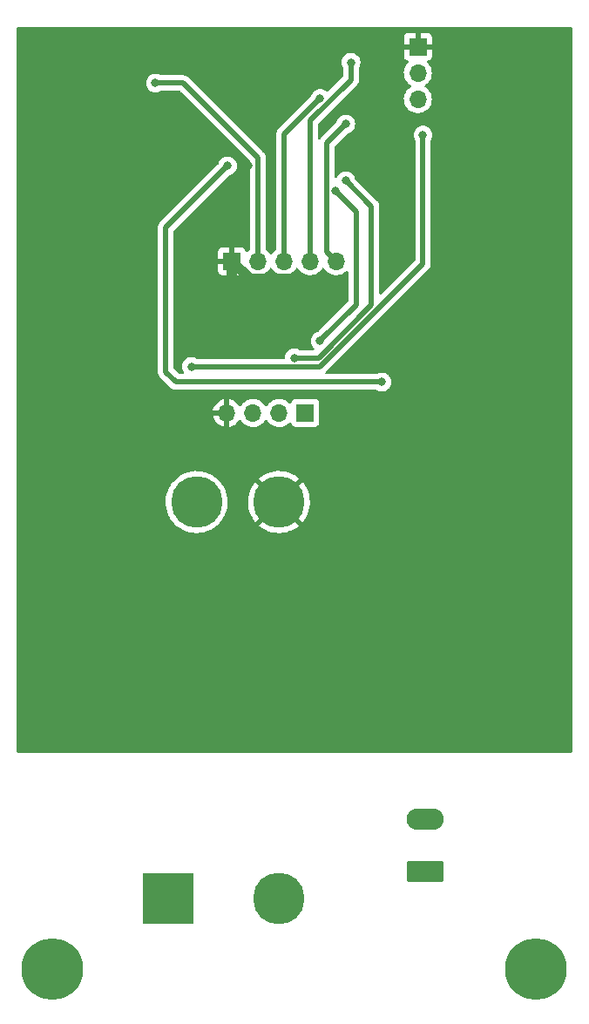
<source format=gbr>
G04 #@! TF.GenerationSoftware,KiCad,Pcbnew,(6.0.2)*
G04 #@! TF.CreationDate,2022-03-16T21:20:06+00:00*
G04 #@! TF.ProjectId,MrReflow,4d725265-666c-46f7-972e-6b696361645f,rev?*
G04 #@! TF.SameCoordinates,Original*
G04 #@! TF.FileFunction,Copper,L2,Bot*
G04 #@! TF.FilePolarity,Positive*
%FSLAX46Y46*%
G04 Gerber Fmt 4.6, Leading zero omitted, Abs format (unit mm)*
G04 Created by KiCad (PCBNEW (6.0.2)) date 2022-03-16 21:20:06*
%MOMM*%
%LPD*%
G01*
G04 APERTURE LIST*
G04 Aperture macros list*
%AMRoundRect*
0 Rectangle with rounded corners*
0 $1 Rounding radius*
0 $2 $3 $4 $5 $6 $7 $8 $9 X,Y pos of 4 corners*
0 Add a 4 corners polygon primitive as box body*
4,1,4,$2,$3,$4,$5,$6,$7,$8,$9,$2,$3,0*
0 Add four circle primitives for the rounded corners*
1,1,$1+$1,$2,$3*
1,1,$1+$1,$4,$5*
1,1,$1+$1,$6,$7*
1,1,$1+$1,$8,$9*
0 Add four rect primitives between the rounded corners*
20,1,$1+$1,$2,$3,$4,$5,0*
20,1,$1+$1,$4,$5,$6,$7,0*
20,1,$1+$1,$6,$7,$8,$9,0*
20,1,$1+$1,$8,$9,$2,$3,0*%
G04 Aperture macros list end*
G04 #@! TA.AperFunction,ComponentPad*
%ADD10O,3.600000X2.080000*%
G04 #@! TD*
G04 #@! TA.AperFunction,ComponentPad*
%ADD11RoundRect,0.249999X1.550001X-0.790001X1.550001X0.790001X-1.550001X0.790001X-1.550001X-0.790001X0*%
G04 #@! TD*
G04 #@! TA.AperFunction,ComponentPad*
%ADD12O,1.700000X1.700000*%
G04 #@! TD*
G04 #@! TA.AperFunction,ComponentPad*
%ADD13R,1.700000X1.700000*%
G04 #@! TD*
G04 #@! TA.AperFunction,ComponentPad*
%ADD14C,5.000000*%
G04 #@! TD*
G04 #@! TA.AperFunction,ComponentPad*
%ADD15R,5.000000X5.000000*%
G04 #@! TD*
G04 #@! TA.AperFunction,ViaPad*
%ADD16C,0.800000*%
G04 #@! TD*
G04 #@! TA.AperFunction,ViaPad*
%ADD17C,6.000000*%
G04 #@! TD*
G04 #@! TA.AperFunction,Conductor*
%ADD18C,1.000000*%
G04 #@! TD*
G04 #@! TA.AperFunction,Conductor*
%ADD19C,0.500000*%
G04 #@! TD*
G04 APERTURE END LIST*
D10*
X105102500Y-99830000D03*
D11*
X105102500Y-104910000D03*
D12*
X85810000Y-60370000D03*
X88350000Y-60370000D03*
X90890000Y-60370000D03*
D13*
X93430000Y-60370000D03*
D14*
X82880000Y-69027500D03*
X90880000Y-69027500D03*
X90880000Y-107527500D03*
D15*
X80130000Y-107527500D03*
D12*
X104380000Y-29875000D03*
X104380000Y-27335000D03*
D13*
X104380000Y-24795000D03*
D12*
X96465000Y-45620000D03*
X93925000Y-45620000D03*
X91385000Y-45620000D03*
X88845000Y-45620000D03*
D13*
X86305000Y-45620000D03*
D16*
X91880000Y-47370000D03*
X85880000Y-52370000D03*
D17*
X115880000Y-114370000D03*
X68880000Y-114370000D03*
X68880000Y-26370000D03*
X115880000Y-26370000D03*
D16*
X85880000Y-36370000D03*
X100880000Y-57370000D03*
X87880000Y-36370000D03*
X78380000Y-34320000D03*
X82380000Y-55870000D03*
X104880000Y-33370000D03*
X78880000Y-28320000D03*
X94880000Y-29820000D03*
X97880000Y-26320000D03*
X97380000Y-32320000D03*
X94880000Y-53370000D03*
X96380000Y-38820000D03*
X97380000Y-37820000D03*
X92380000Y-55020500D03*
D18*
X88055000Y-47370000D02*
X91880000Y-47370000D01*
X86305000Y-45620000D02*
X88055000Y-47370000D01*
X86305000Y-51945000D02*
X85880000Y-52370000D01*
X86305000Y-45620000D02*
X86305000Y-51945000D01*
D19*
X85880000Y-36370000D02*
X79880000Y-42370000D01*
X79880000Y-42370000D02*
X79880000Y-56370000D01*
X79880000Y-56370000D02*
X80880000Y-57370000D01*
X80880000Y-57370000D02*
X100880000Y-57370000D01*
X78380000Y-34320000D02*
X85830000Y-34320000D01*
X85830000Y-34320000D02*
X87880000Y-36370000D01*
X82380000Y-55870000D02*
X94880000Y-55870000D01*
X94880000Y-55870000D02*
X104880000Y-45870000D01*
X104880000Y-45870000D02*
X104880000Y-33370000D01*
X88845000Y-35583609D02*
X88845000Y-45620000D01*
X78880000Y-28320000D02*
X81581391Y-28320000D01*
X81581391Y-28320000D02*
X88845000Y-35583609D01*
X94880000Y-29820000D02*
X91385000Y-33315000D01*
X91385000Y-33315000D02*
X91385000Y-45620000D01*
X93925000Y-31976391D02*
X93925000Y-45620000D01*
X97880000Y-28021391D02*
X93925000Y-31976391D01*
X97880000Y-26320000D02*
X97880000Y-28021391D01*
X97380000Y-32320000D02*
X95530489Y-34169511D01*
X95530489Y-44685489D02*
X96465000Y-45620000D01*
X95530489Y-34169511D02*
X95530489Y-44685489D01*
X98380000Y-40820000D02*
X96380000Y-38820000D01*
X98380000Y-49870000D02*
X94880000Y-53370000D01*
X98380000Y-40820000D02*
X98380000Y-49870000D01*
X97380000Y-37820000D02*
X99880000Y-40320000D01*
X99880000Y-40320000D02*
X99880000Y-49880730D01*
X99880000Y-49880730D02*
X94740230Y-55020500D01*
X94740230Y-55020500D02*
X92380000Y-55020500D01*
G04 #@! TA.AperFunction,Conductor*
G36*
X119314121Y-22898002D02*
G01*
X119360614Y-22951658D01*
X119372000Y-23004000D01*
X119372000Y-93244000D01*
X119351998Y-93312121D01*
X119298342Y-93358614D01*
X119246000Y-93370000D01*
X65514000Y-93370000D01*
X65445879Y-93349998D01*
X65399386Y-93296342D01*
X65388000Y-93244000D01*
X65388000Y-68932841D01*
X79867888Y-68932841D01*
X79867983Y-68936471D01*
X79867983Y-68936472D01*
X79870702Y-69040310D01*
X79876970Y-69279671D01*
X79925856Y-69623160D01*
X80013897Y-69958753D01*
X80139927Y-70282003D01*
X80141624Y-70285208D01*
X80300436Y-70585152D01*
X80302275Y-70588626D01*
X80304325Y-70591609D01*
X80304327Y-70591612D01*
X80496733Y-70871564D01*
X80496739Y-70871571D01*
X80498790Y-70874556D01*
X80726866Y-71136005D01*
X80729551Y-71138448D01*
X80980369Y-71366674D01*
X80983481Y-71369506D01*
X81265233Y-71571966D01*
X81568388Y-71740700D01*
X81888928Y-71873472D01*
X81892422Y-71874467D01*
X81892424Y-71874468D01*
X82219103Y-71967525D01*
X82219108Y-71967526D01*
X82222604Y-71968522D01*
X82419304Y-72000733D01*
X82561412Y-72024004D01*
X82561419Y-72024005D01*
X82564993Y-72024590D01*
X82738275Y-72032762D01*
X82907931Y-72040763D01*
X82907932Y-72040763D01*
X82911558Y-72040934D01*
X82922530Y-72040186D01*
X83254073Y-72017584D01*
X83254081Y-72017583D01*
X83257704Y-72017336D01*
X83261279Y-72016673D01*
X83261282Y-72016673D01*
X83595279Y-71954770D01*
X83595283Y-71954769D01*
X83598844Y-71954109D01*
X83930456Y-71852092D01*
X84248145Y-71712636D01*
X84492511Y-71569841D01*
X84544560Y-71539426D01*
X84544562Y-71539425D01*
X84547700Y-71537591D01*
X84551160Y-71534993D01*
X84822244Y-71331458D01*
X84822248Y-71331455D01*
X84825151Y-71329275D01*
X84825250Y-71329181D01*
X88943860Y-71329181D01*
X88943878Y-71329433D01*
X88949793Y-71338177D01*
X88981111Y-71366674D01*
X88986748Y-71371238D01*
X89262544Y-71569418D01*
X89268682Y-71573313D01*
X89565435Y-71738484D01*
X89571955Y-71741636D01*
X89885738Y-71871609D01*
X89892589Y-71873995D01*
X90219212Y-71967036D01*
X90226301Y-71968620D01*
X90561465Y-72023506D01*
X90568671Y-72024263D01*
X90907926Y-72040262D01*
X90915176Y-72040186D01*
X91254010Y-72017087D01*
X91261219Y-72016176D01*
X91595160Y-71954284D01*
X91602190Y-71952557D01*
X91926819Y-71852687D01*
X91933597Y-71850167D01*
X92244603Y-71713645D01*
X92251043Y-71710364D01*
X92544293Y-71539002D01*
X92550326Y-71534993D01*
X92808828Y-71340905D01*
X92817282Y-71329578D01*
X92810537Y-71317248D01*
X90892810Y-69399520D01*
X90878869Y-69391908D01*
X90877034Y-69392039D01*
X90870420Y-69396290D01*
X88951474Y-71315237D01*
X88943860Y-71329181D01*
X84825250Y-71329181D01*
X85076819Y-71090450D01*
X85299370Y-70824283D01*
X85301556Y-70820956D01*
X85394612Y-70679291D01*
X85489853Y-70534299D01*
X85618550Y-70278414D01*
X85644117Y-70227580D01*
X85644120Y-70227572D01*
X85645744Y-70224344D01*
X85764977Y-69898526D01*
X85765822Y-69895004D01*
X85765825Y-69894996D01*
X85845124Y-69564691D01*
X85845125Y-69564687D01*
X85845971Y-69561162D01*
X85865532Y-69399520D01*
X85887316Y-69219504D01*
X85887316Y-69219497D01*
X85887652Y-69216725D01*
X85893599Y-69027500D01*
X85893047Y-69017920D01*
X85888352Y-68936487D01*
X87868484Y-68936487D01*
X87877374Y-69276005D01*
X87877980Y-69283221D01*
X87925835Y-69619463D01*
X87927269Y-69626574D01*
X88013455Y-69955095D01*
X88015692Y-69961978D01*
X88139064Y-70278414D01*
X88142081Y-70285003D01*
X88301002Y-70585152D01*
X88304761Y-70591360D01*
X88497129Y-70871257D01*
X88501574Y-70876986D01*
X88568743Y-70953984D01*
X88581917Y-70962388D01*
X88591769Y-70956520D01*
X90507980Y-69040310D01*
X90514357Y-69028631D01*
X91244408Y-69028631D01*
X91244539Y-69030466D01*
X91248790Y-69037080D01*
X93166268Y-70954557D01*
X93179622Y-70961849D01*
X93189594Y-70954795D01*
X93296641Y-70826767D01*
X93300957Y-70820956D01*
X93487432Y-70537075D01*
X93491046Y-70530813D01*
X93643658Y-70227382D01*
X93646530Y-70220744D01*
X93763249Y-69901793D01*
X93765345Y-69894851D01*
X93844631Y-69564603D01*
X93845915Y-69557464D01*
X93886816Y-69219473D01*
X93887240Y-69213903D01*
X93893010Y-69030297D01*
X93892937Y-69024704D01*
X93873338Y-68684803D01*
X93872506Y-68677613D01*
X93814113Y-68343029D01*
X93812458Y-68335974D01*
X93715998Y-68010334D01*
X93713540Y-68003506D01*
X93580290Y-67691108D01*
X93577073Y-67684625D01*
X93408788Y-67389589D01*
X93404856Y-67383534D01*
X93203774Y-67109795D01*
X93199166Y-67104226D01*
X93193830Y-67098484D01*
X93180178Y-67090366D01*
X93179570Y-67090387D01*
X93171092Y-67095619D01*
X91252020Y-69014690D01*
X91244408Y-69028631D01*
X90514357Y-69028631D01*
X90515592Y-69026369D01*
X90515461Y-69024534D01*
X90511210Y-69017920D01*
X88592374Y-67099085D01*
X88579581Y-67092099D01*
X88568827Y-67099964D01*
X88408037Y-67305027D01*
X88403902Y-67310976D01*
X88226440Y-67600568D01*
X88223019Y-67606947D01*
X88080016Y-67915022D01*
X88077356Y-67921741D01*
X87970711Y-68244207D01*
X87968834Y-68251211D01*
X87899961Y-68583788D01*
X87898904Y-68590949D01*
X87868712Y-68929235D01*
X87868484Y-68936487D01*
X85888352Y-68936487D01*
X85873836Y-68684746D01*
X85873835Y-68684741D01*
X85873627Y-68681126D01*
X85856626Y-68583714D01*
X85814600Y-68342915D01*
X85814598Y-68342908D01*
X85813976Y-68339342D01*
X85787871Y-68251211D01*
X85716519Y-68010334D01*
X85715437Y-68006680D01*
X85676263Y-67914837D01*
X85580740Y-67690886D01*
X85580738Y-67690883D01*
X85579316Y-67687548D01*
X85529569Y-67600331D01*
X85409208Y-67389316D01*
X85407417Y-67386176D01*
X85202018Y-67106560D01*
X84965842Y-66852404D01*
X84820825Y-66728548D01*
X88945132Y-66728548D01*
X88951527Y-66739816D01*
X90867190Y-68655480D01*
X90881131Y-68663092D01*
X90882966Y-68662961D01*
X90889580Y-68658710D01*
X92807074Y-66741216D01*
X92814466Y-66727679D01*
X92807679Y-66717979D01*
X92704476Y-66629835D01*
X92698704Y-66625453D01*
X92416796Y-66436019D01*
X92410575Y-66432339D01*
X92108757Y-66276560D01*
X92102146Y-66273616D01*
X91784439Y-66153565D01*
X91777513Y-66151394D01*
X91448112Y-66068655D01*
X91441005Y-66067299D01*
X91104278Y-66022968D01*
X91097036Y-66022437D01*
X90757467Y-66017102D01*
X90750205Y-66017406D01*
X90412256Y-66051138D01*
X90405108Y-66052270D01*
X90073263Y-66124624D01*
X90066285Y-66126572D01*
X89744960Y-66236586D01*
X89738253Y-66239323D01*
X89431707Y-66385539D01*
X89425349Y-66389034D01*
X89137654Y-66569505D01*
X89131731Y-66573714D01*
X88953601Y-66716423D01*
X88945132Y-66728548D01*
X84820825Y-66728548D01*
X84702019Y-66627078D01*
X84414047Y-66433569D01*
X84105741Y-66274440D01*
X83781189Y-66151802D01*
X83777668Y-66150918D01*
X83777663Y-66150916D01*
X83616378Y-66110404D01*
X83444692Y-66067280D01*
X83422476Y-66064355D01*
X83104315Y-66022468D01*
X83104307Y-66022467D01*
X83100711Y-66021994D01*
X82956045Y-66019721D01*
X82757446Y-66016601D01*
X82757442Y-66016601D01*
X82753804Y-66016544D01*
X82750190Y-66016905D01*
X82750184Y-66016905D01*
X82506843Y-66041194D01*
X82408569Y-66051003D01*
X82069583Y-66124914D01*
X82066156Y-66126087D01*
X82066150Y-66126089D01*
X81744765Y-66236124D01*
X81741339Y-66237297D01*
X81428188Y-66386663D01*
X81134279Y-66571032D01*
X81131443Y-66573304D01*
X81131436Y-66573309D01*
X80938751Y-66727679D01*
X80863509Y-66787959D01*
X80619466Y-67034571D01*
X80617225Y-67037429D01*
X80560732Y-67109478D01*
X80405386Y-67307598D01*
X80403493Y-67310687D01*
X80403491Y-67310690D01*
X80358852Y-67383534D01*
X80224105Y-67603421D01*
X80222580Y-67606706D01*
X80222578Y-67606710D01*
X80183505Y-67690886D01*
X80078027Y-67918120D01*
X79969087Y-68247523D01*
X79968351Y-68251078D01*
X79968350Y-68251081D01*
X79899465Y-68583714D01*
X79898730Y-68587264D01*
X79867888Y-68932841D01*
X65388000Y-68932841D01*
X65388000Y-60637966D01*
X84478257Y-60637966D01*
X84508565Y-60772446D01*
X84511645Y-60782275D01*
X84591770Y-60979603D01*
X84596413Y-60988794D01*
X84707694Y-61170388D01*
X84713777Y-61178699D01*
X84853213Y-61339667D01*
X84860580Y-61346883D01*
X85024434Y-61482916D01*
X85032881Y-61488831D01*
X85216756Y-61596279D01*
X85226042Y-61600729D01*
X85425001Y-61676703D01*
X85434899Y-61679579D01*
X85538250Y-61700606D01*
X85552299Y-61699410D01*
X85556000Y-61689065D01*
X85556000Y-61688517D01*
X86064000Y-61688517D01*
X86068064Y-61702359D01*
X86081478Y-61704393D01*
X86088184Y-61703534D01*
X86098262Y-61701392D01*
X86302255Y-61640191D01*
X86311842Y-61636433D01*
X86503095Y-61542739D01*
X86511945Y-61537464D01*
X86685328Y-61413792D01*
X86693200Y-61407139D01*
X86844052Y-61256812D01*
X86850730Y-61248965D01*
X86978022Y-61071819D01*
X86979279Y-61072722D01*
X87026373Y-61029362D01*
X87096311Y-61017145D01*
X87161751Y-61044678D01*
X87189579Y-61076511D01*
X87249987Y-61175088D01*
X87396250Y-61343938D01*
X87568126Y-61486632D01*
X87761000Y-61599338D01*
X87969692Y-61679030D01*
X87974760Y-61680061D01*
X87974763Y-61680062D01*
X88069862Y-61699410D01*
X88188597Y-61723567D01*
X88193772Y-61723757D01*
X88193774Y-61723757D01*
X88406673Y-61731564D01*
X88406677Y-61731564D01*
X88411837Y-61731753D01*
X88416957Y-61731097D01*
X88416959Y-61731097D01*
X88628288Y-61704025D01*
X88628289Y-61704025D01*
X88633416Y-61703368D01*
X88638366Y-61701883D01*
X88842429Y-61640661D01*
X88842434Y-61640659D01*
X88847384Y-61639174D01*
X89047994Y-61540896D01*
X89229860Y-61411173D01*
X89388096Y-61253489D01*
X89518453Y-61072077D01*
X89519776Y-61073028D01*
X89566645Y-61029857D01*
X89636580Y-61017625D01*
X89702026Y-61045144D01*
X89729875Y-61076994D01*
X89789987Y-61175088D01*
X89936250Y-61343938D01*
X90108126Y-61486632D01*
X90301000Y-61599338D01*
X90509692Y-61679030D01*
X90514760Y-61680061D01*
X90514763Y-61680062D01*
X90609862Y-61699410D01*
X90728597Y-61723567D01*
X90733772Y-61723757D01*
X90733774Y-61723757D01*
X90946673Y-61731564D01*
X90946677Y-61731564D01*
X90951837Y-61731753D01*
X90956957Y-61731097D01*
X90956959Y-61731097D01*
X91168288Y-61704025D01*
X91168289Y-61704025D01*
X91173416Y-61703368D01*
X91178366Y-61701883D01*
X91382429Y-61640661D01*
X91382434Y-61640659D01*
X91387384Y-61639174D01*
X91587994Y-61540896D01*
X91769860Y-61411173D01*
X91878091Y-61303319D01*
X91940462Y-61269404D01*
X92011268Y-61274592D01*
X92068030Y-61317238D01*
X92085012Y-61348341D01*
X92129385Y-61466705D01*
X92216739Y-61583261D01*
X92333295Y-61670615D01*
X92469684Y-61721745D01*
X92531866Y-61728500D01*
X94328134Y-61728500D01*
X94390316Y-61721745D01*
X94526705Y-61670615D01*
X94643261Y-61583261D01*
X94730615Y-61466705D01*
X94781745Y-61330316D01*
X94788500Y-61268134D01*
X94788500Y-59471866D01*
X94781745Y-59409684D01*
X94730615Y-59273295D01*
X94643261Y-59156739D01*
X94526705Y-59069385D01*
X94390316Y-59018255D01*
X94328134Y-59011500D01*
X92531866Y-59011500D01*
X92469684Y-59018255D01*
X92333295Y-59069385D01*
X92216739Y-59156739D01*
X92129385Y-59273295D01*
X92126233Y-59281703D01*
X92084919Y-59391907D01*
X92042277Y-59448671D01*
X91975716Y-59473371D01*
X91906367Y-59458163D01*
X91873743Y-59432476D01*
X91823151Y-59376875D01*
X91823142Y-59376866D01*
X91819670Y-59373051D01*
X91815619Y-59369852D01*
X91815615Y-59369848D01*
X91648414Y-59237800D01*
X91648410Y-59237798D01*
X91644359Y-59234598D01*
X91608028Y-59214542D01*
X91592136Y-59205769D01*
X91448789Y-59126638D01*
X91443920Y-59124914D01*
X91443916Y-59124912D01*
X91243087Y-59053795D01*
X91243083Y-59053794D01*
X91238212Y-59052069D01*
X91233119Y-59051162D01*
X91233116Y-59051161D01*
X91023373Y-59013800D01*
X91023367Y-59013799D01*
X91018284Y-59012894D01*
X90944452Y-59011992D01*
X90800081Y-59010228D01*
X90800079Y-59010228D01*
X90794911Y-59010165D01*
X90574091Y-59043955D01*
X90361756Y-59113357D01*
X90163607Y-59216507D01*
X90159474Y-59219610D01*
X90159471Y-59219612D01*
X89989100Y-59347530D01*
X89984965Y-59350635D01*
X89959541Y-59377240D01*
X89891280Y-59448671D01*
X89830629Y-59512138D01*
X89723201Y-59669621D01*
X89668293Y-59714621D01*
X89597768Y-59722792D01*
X89534021Y-59691538D01*
X89513324Y-59667054D01*
X89432822Y-59542617D01*
X89432820Y-59542614D01*
X89430014Y-59538277D01*
X89279670Y-59373051D01*
X89275619Y-59369852D01*
X89275615Y-59369848D01*
X89108414Y-59237800D01*
X89108410Y-59237798D01*
X89104359Y-59234598D01*
X89068028Y-59214542D01*
X89052136Y-59205769D01*
X88908789Y-59126638D01*
X88903920Y-59124914D01*
X88903916Y-59124912D01*
X88703087Y-59053795D01*
X88703083Y-59053794D01*
X88698212Y-59052069D01*
X88693119Y-59051162D01*
X88693116Y-59051161D01*
X88483373Y-59013800D01*
X88483367Y-59013799D01*
X88478284Y-59012894D01*
X88404452Y-59011992D01*
X88260081Y-59010228D01*
X88260079Y-59010228D01*
X88254911Y-59010165D01*
X88034091Y-59043955D01*
X87821756Y-59113357D01*
X87623607Y-59216507D01*
X87619474Y-59219610D01*
X87619471Y-59219612D01*
X87449100Y-59347530D01*
X87444965Y-59350635D01*
X87419541Y-59377240D01*
X87351280Y-59448671D01*
X87290629Y-59512138D01*
X87287720Y-59516403D01*
X87287714Y-59516411D01*
X87275404Y-59534457D01*
X87183204Y-59669618D01*
X87182898Y-59670066D01*
X87127987Y-59715069D01*
X87057462Y-59723240D01*
X86993715Y-59691986D01*
X86973018Y-59667502D01*
X86892426Y-59542926D01*
X86886136Y-59534757D01*
X86742806Y-59377240D01*
X86735273Y-59370215D01*
X86568139Y-59238222D01*
X86559552Y-59232517D01*
X86373117Y-59129599D01*
X86363705Y-59125369D01*
X86162959Y-59054280D01*
X86152988Y-59051646D01*
X86081837Y-59038972D01*
X86068540Y-59040432D01*
X86064000Y-59054989D01*
X86064000Y-61688517D01*
X85556000Y-61688517D01*
X85556000Y-60642115D01*
X85551525Y-60626876D01*
X85550135Y-60625671D01*
X85542452Y-60624000D01*
X84493225Y-60624000D01*
X84479694Y-60627973D01*
X84478257Y-60637966D01*
X65388000Y-60637966D01*
X65388000Y-60104183D01*
X84474389Y-60104183D01*
X84475912Y-60112607D01*
X84488292Y-60116000D01*
X85537885Y-60116000D01*
X85553124Y-60111525D01*
X85554329Y-60110135D01*
X85556000Y-60102452D01*
X85556000Y-59053102D01*
X85552082Y-59039758D01*
X85537806Y-59037771D01*
X85499324Y-59043660D01*
X85489288Y-59046051D01*
X85286868Y-59112212D01*
X85277359Y-59116209D01*
X85088463Y-59214542D01*
X85079738Y-59220036D01*
X84909433Y-59347905D01*
X84901726Y-59354748D01*
X84754590Y-59508717D01*
X84748104Y-59516727D01*
X84628098Y-59692649D01*
X84623000Y-59701623D01*
X84533338Y-59894783D01*
X84529775Y-59904470D01*
X84474389Y-60104183D01*
X65388000Y-60104183D01*
X65388000Y-28320000D01*
X77966496Y-28320000D01*
X77967186Y-28326565D01*
X77985492Y-28500733D01*
X77986458Y-28509928D01*
X78045473Y-28691556D01*
X78140960Y-28856944D01*
X78268747Y-28998866D01*
X78329873Y-29043277D01*
X78417904Y-29107235D01*
X78423248Y-29111118D01*
X78429276Y-29113802D01*
X78429278Y-29113803D01*
X78588245Y-29184579D01*
X78597712Y-29188794D01*
X78658336Y-29201680D01*
X78778056Y-29227128D01*
X78778061Y-29227128D01*
X78784513Y-29228500D01*
X78975487Y-29228500D01*
X78981939Y-29227128D01*
X78981944Y-29227128D01*
X79101664Y-29201680D01*
X79162288Y-29188794D01*
X79171755Y-29184579D01*
X79330722Y-29113803D01*
X79330724Y-29113802D01*
X79336752Y-29111118D01*
X79342091Y-29107239D01*
X79342098Y-29107235D01*
X79348528Y-29102563D01*
X79422587Y-29078500D01*
X81215020Y-29078500D01*
X81283141Y-29098502D01*
X81304115Y-29115405D01*
X88049595Y-35860885D01*
X88083621Y-35923197D01*
X88086500Y-35949980D01*
X88086500Y-44427655D01*
X88066498Y-44495776D01*
X88036153Y-44528415D01*
X87944100Y-44597530D01*
X87939965Y-44600635D01*
X87936393Y-44604373D01*
X87858898Y-44685466D01*
X87797374Y-44720895D01*
X87726462Y-44717438D01*
X87668676Y-44676192D01*
X87649823Y-44642644D01*
X87608324Y-44531946D01*
X87599786Y-44516351D01*
X87523285Y-44414276D01*
X87510724Y-44401715D01*
X87408649Y-44325214D01*
X87393054Y-44316676D01*
X87272606Y-44271522D01*
X87257351Y-44267895D01*
X87206486Y-44262369D01*
X87199672Y-44262000D01*
X86577115Y-44262000D01*
X86561876Y-44266475D01*
X86560671Y-44267865D01*
X86559000Y-44275548D01*
X86559000Y-46959884D01*
X86563475Y-46975123D01*
X86564865Y-46976328D01*
X86572548Y-46977999D01*
X87199669Y-46977999D01*
X87206490Y-46977629D01*
X87257352Y-46972105D01*
X87272604Y-46968479D01*
X87393054Y-46923324D01*
X87408649Y-46914786D01*
X87510724Y-46838285D01*
X87523285Y-46825724D01*
X87599786Y-46723649D01*
X87608324Y-46708054D01*
X87649225Y-46598952D01*
X87691867Y-46542188D01*
X87758428Y-46517488D01*
X87827777Y-46532696D01*
X87862444Y-46560684D01*
X87887865Y-46590031D01*
X87887869Y-46590035D01*
X87891250Y-46593938D01*
X88063126Y-46736632D01*
X88256000Y-46849338D01*
X88464692Y-46929030D01*
X88469760Y-46930061D01*
X88469763Y-46930062D01*
X88577017Y-46951883D01*
X88683597Y-46973567D01*
X88688772Y-46973757D01*
X88688774Y-46973757D01*
X88901673Y-46981564D01*
X88901677Y-46981564D01*
X88906837Y-46981753D01*
X88911957Y-46981097D01*
X88911959Y-46981097D01*
X89123288Y-46954025D01*
X89123289Y-46954025D01*
X89128416Y-46953368D01*
X89133366Y-46951883D01*
X89337429Y-46890661D01*
X89337434Y-46890659D01*
X89342384Y-46889174D01*
X89542994Y-46790896D01*
X89724860Y-46661173D01*
X89883096Y-46503489D01*
X90013453Y-46322077D01*
X90014776Y-46323028D01*
X90061645Y-46279857D01*
X90131580Y-46267625D01*
X90197026Y-46295144D01*
X90224875Y-46326994D01*
X90284987Y-46425088D01*
X90431250Y-46593938D01*
X90603126Y-46736632D01*
X90796000Y-46849338D01*
X91004692Y-46929030D01*
X91009760Y-46930061D01*
X91009763Y-46930062D01*
X91117017Y-46951883D01*
X91223597Y-46973567D01*
X91228772Y-46973757D01*
X91228774Y-46973757D01*
X91441673Y-46981564D01*
X91441677Y-46981564D01*
X91446837Y-46981753D01*
X91451957Y-46981097D01*
X91451959Y-46981097D01*
X91663288Y-46954025D01*
X91663289Y-46954025D01*
X91668416Y-46953368D01*
X91673366Y-46951883D01*
X91877429Y-46890661D01*
X91877434Y-46890659D01*
X91882384Y-46889174D01*
X92082994Y-46790896D01*
X92264860Y-46661173D01*
X92423096Y-46503489D01*
X92553453Y-46322077D01*
X92554776Y-46323028D01*
X92601645Y-46279857D01*
X92671580Y-46267625D01*
X92737026Y-46295144D01*
X92764875Y-46326994D01*
X92824987Y-46425088D01*
X92971250Y-46593938D01*
X93143126Y-46736632D01*
X93336000Y-46849338D01*
X93544692Y-46929030D01*
X93549760Y-46930061D01*
X93549763Y-46930062D01*
X93657017Y-46951883D01*
X93763597Y-46973567D01*
X93768772Y-46973757D01*
X93768774Y-46973757D01*
X93981673Y-46981564D01*
X93981677Y-46981564D01*
X93986837Y-46981753D01*
X93991957Y-46981097D01*
X93991959Y-46981097D01*
X94203288Y-46954025D01*
X94203289Y-46954025D01*
X94208416Y-46953368D01*
X94213366Y-46951883D01*
X94417429Y-46890661D01*
X94417434Y-46890659D01*
X94422384Y-46889174D01*
X94622994Y-46790896D01*
X94804860Y-46661173D01*
X94963096Y-46503489D01*
X95093453Y-46322077D01*
X95094776Y-46323028D01*
X95141645Y-46279857D01*
X95211580Y-46267625D01*
X95277026Y-46295144D01*
X95304875Y-46326994D01*
X95364987Y-46425088D01*
X95511250Y-46593938D01*
X95683126Y-46736632D01*
X95876000Y-46849338D01*
X96084692Y-46929030D01*
X96089760Y-46930061D01*
X96089763Y-46930062D01*
X96197017Y-46951883D01*
X96303597Y-46973567D01*
X96308772Y-46973757D01*
X96308774Y-46973757D01*
X96521673Y-46981564D01*
X96521677Y-46981564D01*
X96526837Y-46981753D01*
X96531957Y-46981097D01*
X96531959Y-46981097D01*
X96743288Y-46954025D01*
X96743289Y-46954025D01*
X96748416Y-46953368D01*
X96753366Y-46951883D01*
X96957429Y-46890661D01*
X96957434Y-46890659D01*
X96962384Y-46889174D01*
X97162994Y-46790896D01*
X97344860Y-46661173D01*
X97406561Y-46599688D01*
X97468932Y-46565772D01*
X97539738Y-46570960D01*
X97596500Y-46613606D01*
X97621194Y-46680170D01*
X97621500Y-46688939D01*
X97621500Y-49503629D01*
X97601498Y-49571750D01*
X97584595Y-49592724D01*
X94723669Y-52453650D01*
X94660772Y-52487801D01*
X94604176Y-52499831D01*
X94604167Y-52499834D01*
X94597712Y-52501206D01*
X94591682Y-52503891D01*
X94591681Y-52503891D01*
X94429278Y-52576197D01*
X94429276Y-52576198D01*
X94423248Y-52578882D01*
X94268747Y-52691134D01*
X94140960Y-52833056D01*
X94045473Y-52998444D01*
X93986458Y-53180072D01*
X93966496Y-53370000D01*
X93986458Y-53559928D01*
X94045473Y-53741556D01*
X94140960Y-53906944D01*
X94145378Y-53911851D01*
X94145379Y-53911852D01*
X94268747Y-54048866D01*
X94267344Y-54050130D01*
X94299799Y-54102817D01*
X94298443Y-54173801D01*
X94258926Y-54232783D01*
X94193794Y-54261037D01*
X94178247Y-54262000D01*
X92922587Y-54262000D01*
X92848528Y-54237937D01*
X92842098Y-54233265D01*
X92842091Y-54233261D01*
X92836752Y-54229382D01*
X92830724Y-54226698D01*
X92830722Y-54226697D01*
X92668319Y-54154391D01*
X92668318Y-54154391D01*
X92662288Y-54151706D01*
X92568887Y-54131853D01*
X92481944Y-54113372D01*
X92481939Y-54113372D01*
X92475487Y-54112000D01*
X92284513Y-54112000D01*
X92278061Y-54113372D01*
X92278056Y-54113372D01*
X92191112Y-54131853D01*
X92097712Y-54151706D01*
X92091682Y-54154391D01*
X92091681Y-54154391D01*
X91929278Y-54226697D01*
X91929276Y-54226698D01*
X91923248Y-54229382D01*
X91917907Y-54233262D01*
X91917906Y-54233263D01*
X91911473Y-54237937D01*
X91768747Y-54341634D01*
X91640960Y-54483556D01*
X91545473Y-54648944D01*
X91486458Y-54830572D01*
X91485768Y-54837133D01*
X91485768Y-54837135D01*
X91468790Y-54998671D01*
X91441777Y-55064327D01*
X91383555Y-55104957D01*
X91343480Y-55111500D01*
X82922587Y-55111500D01*
X82848528Y-55087437D01*
X82842098Y-55082765D01*
X82842091Y-55082761D01*
X82836752Y-55078882D01*
X82830724Y-55076198D01*
X82830722Y-55076197D01*
X82668319Y-55003891D01*
X82668318Y-55003891D01*
X82662288Y-55001206D01*
X82568888Y-54981353D01*
X82481944Y-54962872D01*
X82481939Y-54962872D01*
X82475487Y-54961500D01*
X82284513Y-54961500D01*
X82278061Y-54962872D01*
X82278056Y-54962872D01*
X82191112Y-54981353D01*
X82097712Y-55001206D01*
X82091682Y-55003891D01*
X82091681Y-55003891D01*
X81929278Y-55076197D01*
X81929276Y-55076198D01*
X81923248Y-55078882D01*
X81917907Y-55082762D01*
X81917906Y-55082763D01*
X81911473Y-55087437D01*
X81768747Y-55191134D01*
X81640960Y-55333056D01*
X81545473Y-55498444D01*
X81486458Y-55680072D01*
X81466496Y-55870000D01*
X81486458Y-56059928D01*
X81545473Y-56241556D01*
X81548776Y-56247278D01*
X81548777Y-56247279D01*
X81637658Y-56401225D01*
X81640960Y-56406944D01*
X81645126Y-56411571D01*
X81668938Y-56478307D01*
X81652857Y-56547459D01*
X81601943Y-56596939D01*
X81543143Y-56611500D01*
X81246371Y-56611500D01*
X81178250Y-56591498D01*
X81157276Y-56574595D01*
X80675405Y-56092724D01*
X80641379Y-56030412D01*
X80638500Y-56003629D01*
X80638500Y-46514669D01*
X84947001Y-46514669D01*
X84947371Y-46521490D01*
X84952895Y-46572352D01*
X84956521Y-46587604D01*
X85001676Y-46708054D01*
X85010214Y-46723649D01*
X85086715Y-46825724D01*
X85099276Y-46838285D01*
X85201351Y-46914786D01*
X85216946Y-46923324D01*
X85337394Y-46968478D01*
X85352649Y-46972105D01*
X85403514Y-46977631D01*
X85410328Y-46978000D01*
X86032885Y-46978000D01*
X86048124Y-46973525D01*
X86049329Y-46972135D01*
X86051000Y-46964452D01*
X86051000Y-45892115D01*
X86046525Y-45876876D01*
X86045135Y-45875671D01*
X86037452Y-45874000D01*
X84965116Y-45874000D01*
X84949877Y-45878475D01*
X84948672Y-45879865D01*
X84947001Y-45887548D01*
X84947001Y-46514669D01*
X80638500Y-46514669D01*
X80638500Y-45347885D01*
X84947000Y-45347885D01*
X84951475Y-45363124D01*
X84952865Y-45364329D01*
X84960548Y-45366000D01*
X86032885Y-45366000D01*
X86048124Y-45361525D01*
X86049329Y-45360135D01*
X86051000Y-45352452D01*
X86051000Y-44280116D01*
X86046525Y-44264877D01*
X86045135Y-44263672D01*
X86037452Y-44262001D01*
X85410331Y-44262001D01*
X85403510Y-44262371D01*
X85352648Y-44267895D01*
X85337396Y-44271521D01*
X85216946Y-44316676D01*
X85201351Y-44325214D01*
X85099276Y-44401715D01*
X85086715Y-44414276D01*
X85010214Y-44516351D01*
X85001676Y-44531946D01*
X84956522Y-44652394D01*
X84952895Y-44667649D01*
X84947369Y-44718514D01*
X84947000Y-44725328D01*
X84947000Y-45347885D01*
X80638500Y-45347885D01*
X80638500Y-42736371D01*
X80658502Y-42668250D01*
X80675405Y-42647276D01*
X86036331Y-37286350D01*
X86099228Y-37252199D01*
X86155824Y-37240169D01*
X86155833Y-37240166D01*
X86162288Y-37238794D01*
X86168319Y-37236109D01*
X86330722Y-37163803D01*
X86330724Y-37163802D01*
X86336752Y-37161118D01*
X86491253Y-37048866D01*
X86576769Y-36953891D01*
X86614621Y-36911852D01*
X86614622Y-36911851D01*
X86619040Y-36906944D01*
X86714527Y-36741556D01*
X86773542Y-36559928D01*
X86793504Y-36370000D01*
X86773542Y-36180072D01*
X86714527Y-35998444D01*
X86619040Y-35833056D01*
X86491253Y-35691134D01*
X86336752Y-35578882D01*
X86330724Y-35576198D01*
X86330722Y-35576197D01*
X86168319Y-35503891D01*
X86168318Y-35503891D01*
X86162288Y-35501206D01*
X86068887Y-35481353D01*
X85981944Y-35462872D01*
X85981939Y-35462872D01*
X85975487Y-35461500D01*
X85784513Y-35461500D01*
X85778061Y-35462872D01*
X85778056Y-35462872D01*
X85691113Y-35481353D01*
X85597712Y-35501206D01*
X85591682Y-35503891D01*
X85591681Y-35503891D01*
X85429278Y-35576197D01*
X85429276Y-35576198D01*
X85423248Y-35578882D01*
X85268747Y-35691134D01*
X85140960Y-35833056D01*
X85045473Y-35998444D01*
X85043431Y-36004729D01*
X84990613Y-36167285D01*
X84959875Y-36217444D01*
X79391089Y-41786230D01*
X79376677Y-41798616D01*
X79365082Y-41807149D01*
X79365077Y-41807154D01*
X79359182Y-41811492D01*
X79354443Y-41817070D01*
X79354440Y-41817073D01*
X79324965Y-41851768D01*
X79318035Y-41859284D01*
X79312340Y-41864979D01*
X79310060Y-41867861D01*
X79294719Y-41887251D01*
X79291928Y-41890655D01*
X79249409Y-41940703D01*
X79244667Y-41946285D01*
X79241339Y-41952801D01*
X79237972Y-41957850D01*
X79234805Y-41962979D01*
X79230266Y-41968716D01*
X79199345Y-42034875D01*
X79197442Y-42038769D01*
X79164231Y-42103808D01*
X79162492Y-42110916D01*
X79160393Y-42116559D01*
X79158476Y-42122322D01*
X79155378Y-42128950D01*
X79153888Y-42136112D01*
X79153888Y-42136113D01*
X79140514Y-42200412D01*
X79139544Y-42204696D01*
X79122192Y-42275610D01*
X79121500Y-42286764D01*
X79121464Y-42286762D01*
X79121225Y-42290755D01*
X79120851Y-42294947D01*
X79119360Y-42302115D01*
X79119558Y-42309432D01*
X79121454Y-42379521D01*
X79121500Y-42382928D01*
X79121500Y-56302930D01*
X79120067Y-56321880D01*
X79116801Y-56343349D01*
X79117394Y-56350641D01*
X79117394Y-56350644D01*
X79121085Y-56396018D01*
X79121500Y-56406233D01*
X79121500Y-56414293D01*
X79121925Y-56417937D01*
X79124789Y-56442507D01*
X79125222Y-56446882D01*
X79129641Y-56501206D01*
X79131140Y-56519637D01*
X79133396Y-56526601D01*
X79134587Y-56532560D01*
X79135971Y-56538415D01*
X79136818Y-56545681D01*
X79161735Y-56614327D01*
X79163152Y-56618455D01*
X79185649Y-56687899D01*
X79189445Y-56694154D01*
X79191951Y-56699628D01*
X79194670Y-56705058D01*
X79197167Y-56711937D01*
X79201180Y-56718057D01*
X79201180Y-56718058D01*
X79237186Y-56772976D01*
X79239523Y-56776680D01*
X79277405Y-56839107D01*
X79281121Y-56843315D01*
X79281122Y-56843316D01*
X79284803Y-56847484D01*
X79284776Y-56847508D01*
X79287429Y-56850500D01*
X79290132Y-56853733D01*
X79294144Y-56859852D01*
X79299456Y-56864884D01*
X79350383Y-56913128D01*
X79352825Y-56915506D01*
X80296230Y-57858911D01*
X80308616Y-57873323D01*
X80317149Y-57884918D01*
X80317154Y-57884923D01*
X80321492Y-57890818D01*
X80327070Y-57895557D01*
X80327073Y-57895560D01*
X80361768Y-57925035D01*
X80369284Y-57931965D01*
X80374980Y-57937661D01*
X80377841Y-57939924D01*
X80377846Y-57939929D01*
X80397266Y-57955293D01*
X80400667Y-57958082D01*
X80456285Y-58005333D01*
X80462805Y-58008662D01*
X80467852Y-58012028D01*
X80472976Y-58015193D01*
X80478717Y-58019735D01*
X80485348Y-58022834D01*
X80485351Y-58022836D01*
X80544830Y-58050634D01*
X80548776Y-58052562D01*
X80613808Y-58085769D01*
X80620914Y-58087508D01*
X80626564Y-58089609D01*
X80632321Y-58091524D01*
X80638950Y-58094622D01*
X80710435Y-58109491D01*
X80714701Y-58110457D01*
X80785610Y-58127808D01*
X80791212Y-58128156D01*
X80791215Y-58128156D01*
X80796764Y-58128500D01*
X80796762Y-58128535D01*
X80800734Y-58128775D01*
X80804955Y-58129152D01*
X80812115Y-58130641D01*
X80889542Y-58128546D01*
X80892950Y-58128500D01*
X100337413Y-58128500D01*
X100411472Y-58152563D01*
X100417902Y-58157235D01*
X100417909Y-58157239D01*
X100423248Y-58161118D01*
X100429276Y-58163802D01*
X100429278Y-58163803D01*
X100591681Y-58236109D01*
X100597712Y-58238794D01*
X100691113Y-58258647D01*
X100778056Y-58277128D01*
X100778061Y-58277128D01*
X100784513Y-58278500D01*
X100975487Y-58278500D01*
X100981939Y-58277128D01*
X100981944Y-58277128D01*
X101068887Y-58258647D01*
X101162288Y-58238794D01*
X101168319Y-58236109D01*
X101330722Y-58163803D01*
X101330724Y-58163802D01*
X101336752Y-58161118D01*
X101342097Y-58157235D01*
X101407200Y-58109934D01*
X101491253Y-58048866D01*
X101495675Y-58043955D01*
X101614621Y-57911852D01*
X101614622Y-57911851D01*
X101619040Y-57906944D01*
X101714527Y-57741556D01*
X101773542Y-57559928D01*
X101793504Y-57370000D01*
X101773542Y-57180072D01*
X101714527Y-56998444D01*
X101619040Y-56833056D01*
X101568293Y-56776695D01*
X101495675Y-56696045D01*
X101495674Y-56696044D01*
X101491253Y-56691134D01*
X101361605Y-56596939D01*
X101342094Y-56582763D01*
X101342093Y-56582762D01*
X101336752Y-56578882D01*
X101330724Y-56576198D01*
X101330722Y-56576197D01*
X101168319Y-56503891D01*
X101168318Y-56503891D01*
X101162288Y-56501206D01*
X101068888Y-56481353D01*
X100981944Y-56462872D01*
X100981939Y-56462872D01*
X100975487Y-56461500D01*
X100784513Y-56461500D01*
X100778061Y-56462872D01*
X100778056Y-56462872D01*
X100691112Y-56481353D01*
X100597712Y-56501206D01*
X100591682Y-56503891D01*
X100591681Y-56503891D01*
X100429278Y-56576197D01*
X100429276Y-56576198D01*
X100423248Y-56578882D01*
X100417909Y-56582761D01*
X100417902Y-56582765D01*
X100411472Y-56587437D01*
X100337413Y-56611500D01*
X95515371Y-56611500D01*
X95447250Y-56591498D01*
X95400757Y-56537842D01*
X95390653Y-56467568D01*
X95420147Y-56402988D01*
X95426276Y-56396405D01*
X105368911Y-46453770D01*
X105383323Y-46441384D01*
X105394918Y-46432851D01*
X105394923Y-46432846D01*
X105400818Y-46428508D01*
X105405557Y-46422930D01*
X105405560Y-46422927D01*
X105435035Y-46388232D01*
X105441965Y-46380716D01*
X105447661Y-46375020D01*
X105449924Y-46372159D01*
X105449929Y-46372154D01*
X105465285Y-46352744D01*
X105468074Y-46349342D01*
X105510596Y-46299291D01*
X105510597Y-46299290D01*
X105515333Y-46293715D01*
X105518661Y-46287198D01*
X105522027Y-46282150D01*
X105525190Y-46277028D01*
X105529735Y-46271284D01*
X105560664Y-46205105D01*
X105562563Y-46201221D01*
X105595769Y-46136192D01*
X105597510Y-46129077D01*
X105599613Y-46123422D01*
X105601522Y-46117683D01*
X105604622Y-46111050D01*
X105619491Y-46039565D01*
X105620461Y-46035282D01*
X105636473Y-45969844D01*
X105637808Y-45964390D01*
X105638500Y-45953236D01*
X105638535Y-45953238D01*
X105638775Y-45949266D01*
X105639152Y-45945045D01*
X105640641Y-45937885D01*
X105638546Y-45860458D01*
X105638500Y-45857050D01*
X105638500Y-33906999D01*
X105655381Y-33843999D01*
X105711223Y-33747279D01*
X105711224Y-33747278D01*
X105714527Y-33741556D01*
X105773542Y-33559928D01*
X105793504Y-33370000D01*
X105788724Y-33324521D01*
X105774232Y-33186635D01*
X105774232Y-33186633D01*
X105773542Y-33180072D01*
X105714527Y-32998444D01*
X105619040Y-32833056D01*
X105600857Y-32812861D01*
X105495675Y-32696045D01*
X105495674Y-32696044D01*
X105491253Y-32691134D01*
X105336752Y-32578882D01*
X105330724Y-32576198D01*
X105330722Y-32576197D01*
X105168319Y-32503891D01*
X105168318Y-32503891D01*
X105162288Y-32501206D01*
X105068887Y-32481353D01*
X104981944Y-32462872D01*
X104981939Y-32462872D01*
X104975487Y-32461500D01*
X104784513Y-32461500D01*
X104778061Y-32462872D01*
X104778056Y-32462872D01*
X104691113Y-32481353D01*
X104597712Y-32501206D01*
X104591682Y-32503891D01*
X104591681Y-32503891D01*
X104429278Y-32576197D01*
X104429276Y-32576198D01*
X104423248Y-32578882D01*
X104268747Y-32691134D01*
X104264326Y-32696044D01*
X104264325Y-32696045D01*
X104159144Y-32812861D01*
X104140960Y-32833056D01*
X104045473Y-32998444D01*
X103986458Y-33180072D01*
X103985768Y-33186633D01*
X103985768Y-33186635D01*
X103971276Y-33324521D01*
X103966496Y-33370000D01*
X103986458Y-33559928D01*
X104045473Y-33741556D01*
X104048776Y-33747278D01*
X104048777Y-33747279D01*
X104104619Y-33843999D01*
X104121500Y-33906999D01*
X104121500Y-45503630D01*
X104101498Y-45571751D01*
X104084595Y-45592725D01*
X100853595Y-48823725D01*
X100791283Y-48857751D01*
X100720468Y-48852686D01*
X100663632Y-48810139D01*
X100638821Y-48743619D01*
X100638500Y-48734630D01*
X100638500Y-40387070D01*
X100639933Y-40368120D01*
X100642099Y-40353885D01*
X100642099Y-40353881D01*
X100643199Y-40346651D01*
X100638915Y-40293982D01*
X100638500Y-40283767D01*
X100638500Y-40275707D01*
X100635209Y-40247480D01*
X100634778Y-40243121D01*
X100629453Y-40177660D01*
X100628860Y-40170364D01*
X100626605Y-40163403D01*
X100625418Y-40157463D01*
X100624029Y-40151588D01*
X100623182Y-40144319D01*
X100598264Y-40075670D01*
X100596847Y-40071542D01*
X100576607Y-40009064D01*
X100576606Y-40009062D01*
X100574351Y-40002101D01*
X100570555Y-39995846D01*
X100568049Y-39990372D01*
X100565330Y-39984942D01*
X100562833Y-39978063D01*
X100522814Y-39917024D01*
X100520467Y-39913305D01*
X100482595Y-39850893D01*
X100475197Y-39842516D01*
X100475224Y-39842492D01*
X100472571Y-39839500D01*
X100469868Y-39836267D01*
X100465856Y-39830148D01*
X100409617Y-39776872D01*
X100407175Y-39774494D01*
X98300125Y-37667444D01*
X98269387Y-37617285D01*
X98216569Y-37454729D01*
X98216568Y-37454726D01*
X98214527Y-37448444D01*
X98119040Y-37283056D01*
X98080425Y-37240169D01*
X97995675Y-37146045D01*
X97995674Y-37146044D01*
X97991253Y-37141134D01*
X97836752Y-37028882D01*
X97830724Y-37026198D01*
X97830722Y-37026197D01*
X97668319Y-36953891D01*
X97668318Y-36953891D01*
X97662288Y-36951206D01*
X97568888Y-36931353D01*
X97481944Y-36912872D01*
X97481939Y-36912872D01*
X97475487Y-36911500D01*
X97284513Y-36911500D01*
X97278061Y-36912872D01*
X97278056Y-36912872D01*
X97191112Y-36931353D01*
X97097712Y-36951206D01*
X97091682Y-36953891D01*
X97091681Y-36953891D01*
X96929278Y-37026197D01*
X96929276Y-37026198D01*
X96923248Y-37028882D01*
X96768747Y-37141134D01*
X96764326Y-37146044D01*
X96764325Y-37146045D01*
X96679576Y-37240169D01*
X96640960Y-37283056D01*
X96545473Y-37448444D01*
X96543432Y-37454726D01*
X96534822Y-37481225D01*
X96494748Y-37539830D01*
X96429351Y-37567467D01*
X96359395Y-37555360D01*
X96307089Y-37507354D01*
X96288989Y-37442288D01*
X96288989Y-34535882D01*
X96308991Y-34467761D01*
X96325894Y-34446787D01*
X97536331Y-33236350D01*
X97599228Y-33202199D01*
X97655824Y-33190169D01*
X97655833Y-33190166D01*
X97662288Y-33188794D01*
X97754922Y-33147551D01*
X97830722Y-33113803D01*
X97830724Y-33113802D01*
X97836752Y-33111118D01*
X97991253Y-32998866D01*
X98006589Y-32981834D01*
X98114621Y-32861852D01*
X98114622Y-32861851D01*
X98119040Y-32856944D01*
X98214527Y-32691556D01*
X98273542Y-32509928D01*
X98293504Y-32320000D01*
X98273542Y-32130072D01*
X98214527Y-31948444D01*
X98119040Y-31783056D01*
X97991253Y-31641134D01*
X97836752Y-31528882D01*
X97830724Y-31526198D01*
X97830722Y-31526197D01*
X97668319Y-31453891D01*
X97668318Y-31453891D01*
X97662288Y-31451206D01*
X97568887Y-31431353D01*
X97481944Y-31412872D01*
X97481939Y-31412872D01*
X97475487Y-31411500D01*
X97284513Y-31411500D01*
X97278061Y-31412872D01*
X97278056Y-31412872D01*
X97191113Y-31431353D01*
X97097712Y-31451206D01*
X97091682Y-31453891D01*
X97091681Y-31453891D01*
X96929278Y-31526197D01*
X96929276Y-31526198D01*
X96923248Y-31528882D01*
X96768747Y-31641134D01*
X96640960Y-31783056D01*
X96545473Y-31948444D01*
X96543431Y-31954729D01*
X96490613Y-32117285D01*
X96459875Y-32167444D01*
X95041578Y-33585741D01*
X95027166Y-33598127D01*
X95015571Y-33606660D01*
X95015566Y-33606665D01*
X95009671Y-33611003D01*
X95004932Y-33616581D01*
X95004929Y-33616584D01*
X94975454Y-33651279D01*
X94968524Y-33658795D01*
X94962829Y-33664490D01*
X94960549Y-33667372D01*
X94945208Y-33686762D01*
X94942417Y-33690166D01*
X94905524Y-33733591D01*
X94846175Y-33772555D01*
X94775182Y-33773247D01*
X94715084Y-33735448D01*
X94684963Y-33671158D01*
X94683500Y-33652011D01*
X94683500Y-32342762D01*
X94703502Y-32274641D01*
X94720405Y-32253667D01*
X97132377Y-29841695D01*
X103017251Y-29841695D01*
X103017548Y-29846848D01*
X103017548Y-29846851D01*
X103023011Y-29941590D01*
X103030110Y-30064715D01*
X103031247Y-30069761D01*
X103031248Y-30069767D01*
X103051119Y-30157939D01*
X103079222Y-30282639D01*
X103163266Y-30489616D01*
X103279987Y-30680088D01*
X103426250Y-30848938D01*
X103598126Y-30991632D01*
X103791000Y-31104338D01*
X103999692Y-31184030D01*
X104004760Y-31185061D01*
X104004763Y-31185062D01*
X104112017Y-31206883D01*
X104218597Y-31228567D01*
X104223772Y-31228757D01*
X104223774Y-31228757D01*
X104436673Y-31236564D01*
X104436677Y-31236564D01*
X104441837Y-31236753D01*
X104446957Y-31236097D01*
X104446959Y-31236097D01*
X104658288Y-31209025D01*
X104658289Y-31209025D01*
X104663416Y-31208368D01*
X104668366Y-31206883D01*
X104872429Y-31145661D01*
X104872434Y-31145659D01*
X104877384Y-31144174D01*
X105077994Y-31045896D01*
X105259860Y-30916173D01*
X105418096Y-30758489D01*
X105477594Y-30675689D01*
X105545435Y-30581277D01*
X105548453Y-30577077D01*
X105647430Y-30376811D01*
X105712370Y-30163069D01*
X105741529Y-29941590D01*
X105743156Y-29875000D01*
X105724852Y-29652361D01*
X105670431Y-29435702D01*
X105581354Y-29230840D01*
X105460014Y-29043277D01*
X105309670Y-28878051D01*
X105305619Y-28874852D01*
X105305615Y-28874848D01*
X105138414Y-28742800D01*
X105138410Y-28742798D01*
X105134359Y-28739598D01*
X105093053Y-28716796D01*
X105043084Y-28666364D01*
X105028312Y-28596921D01*
X105053428Y-28530516D01*
X105080780Y-28503909D01*
X105124603Y-28472650D01*
X105259860Y-28376173D01*
X105418096Y-28218489D01*
X105439410Y-28188828D01*
X105545435Y-28041277D01*
X105548453Y-28037077D01*
X105560922Y-28011849D01*
X105645136Y-27841453D01*
X105645137Y-27841451D01*
X105647430Y-27836811D01*
X105705389Y-27646045D01*
X105710865Y-27628023D01*
X105710865Y-27628021D01*
X105712370Y-27623069D01*
X105741529Y-27401590D01*
X105743156Y-27335000D01*
X105724852Y-27112361D01*
X105670431Y-26895702D01*
X105581354Y-26690840D01*
X105460014Y-26503277D01*
X105456540Y-26499459D01*
X105456533Y-26499450D01*
X105312435Y-26341088D01*
X105281383Y-26277242D01*
X105289779Y-26206744D01*
X105334956Y-26151976D01*
X105361400Y-26138307D01*
X105468052Y-26098325D01*
X105483649Y-26089786D01*
X105585724Y-26013285D01*
X105598285Y-26000724D01*
X105674786Y-25898649D01*
X105683324Y-25883054D01*
X105728478Y-25762606D01*
X105732105Y-25747351D01*
X105737631Y-25696486D01*
X105738000Y-25689672D01*
X105738000Y-25067115D01*
X105733525Y-25051876D01*
X105732135Y-25050671D01*
X105724452Y-25049000D01*
X103040116Y-25049000D01*
X103024877Y-25053475D01*
X103023672Y-25054865D01*
X103022001Y-25062548D01*
X103022001Y-25689669D01*
X103022371Y-25696490D01*
X103027895Y-25747352D01*
X103031521Y-25762604D01*
X103076676Y-25883054D01*
X103085214Y-25898649D01*
X103161715Y-26000724D01*
X103174276Y-26013285D01*
X103276351Y-26089786D01*
X103291946Y-26098324D01*
X103400827Y-26139142D01*
X103457591Y-26181784D01*
X103482291Y-26248345D01*
X103467083Y-26317694D01*
X103447691Y-26344175D01*
X103324200Y-26473401D01*
X103320629Y-26477138D01*
X103194743Y-26661680D01*
X103180875Y-26691556D01*
X103119751Y-26823238D01*
X103100688Y-26864305D01*
X103040989Y-27079570D01*
X103017251Y-27301695D01*
X103017548Y-27306848D01*
X103017548Y-27306851D01*
X103026026Y-27453891D01*
X103030110Y-27524715D01*
X103031247Y-27529761D01*
X103031248Y-27529767D01*
X103042685Y-27580514D01*
X103079222Y-27742639D01*
X103163266Y-27949616D01*
X103165965Y-27954020D01*
X103265092Y-28115781D01*
X103279987Y-28140088D01*
X103426250Y-28308938D01*
X103598126Y-28451632D01*
X103668595Y-28492811D01*
X103671445Y-28494476D01*
X103720169Y-28546114D01*
X103733240Y-28615897D01*
X103706509Y-28681669D01*
X103666055Y-28715027D01*
X103653607Y-28721507D01*
X103649474Y-28724610D01*
X103649471Y-28724612D01*
X103625247Y-28742800D01*
X103474965Y-28855635D01*
X103320629Y-29017138D01*
X103194743Y-29201680D01*
X103100688Y-29404305D01*
X103040989Y-29619570D01*
X103017251Y-29841695D01*
X97132377Y-29841695D01*
X98368911Y-28605161D01*
X98383323Y-28592775D01*
X98394918Y-28584242D01*
X98394923Y-28584237D01*
X98400818Y-28579899D01*
X98405557Y-28574321D01*
X98405560Y-28574318D01*
X98435035Y-28539623D01*
X98441965Y-28532107D01*
X98447661Y-28526411D01*
X98449924Y-28523550D01*
X98449929Y-28523545D01*
X98465285Y-28504135D01*
X98468074Y-28500733D01*
X98510596Y-28450682D01*
X98510597Y-28450681D01*
X98515333Y-28445106D01*
X98518661Y-28438589D01*
X98522027Y-28433541D01*
X98525190Y-28428419D01*
X98529735Y-28422675D01*
X98560664Y-28356496D01*
X98562563Y-28352612D01*
X98595769Y-28287583D01*
X98597510Y-28280468D01*
X98599613Y-28274813D01*
X98601522Y-28269074D01*
X98604622Y-28262441D01*
X98619491Y-28190956D01*
X98620461Y-28186673D01*
X98632705Y-28136635D01*
X98637808Y-28115781D01*
X98638500Y-28104627D01*
X98638535Y-28104629D01*
X98638775Y-28100657D01*
X98639152Y-28096436D01*
X98640641Y-28089276D01*
X98638546Y-28011849D01*
X98638500Y-28008441D01*
X98638500Y-26856999D01*
X98655381Y-26793999D01*
X98711223Y-26697279D01*
X98711224Y-26697278D01*
X98714527Y-26691556D01*
X98773542Y-26509928D01*
X98776989Y-26477138D01*
X98792814Y-26326565D01*
X98793504Y-26320000D01*
X98785973Y-26248345D01*
X98774232Y-26136635D01*
X98774232Y-26136633D01*
X98773542Y-26130072D01*
X98714527Y-25948444D01*
X98619040Y-25783056D01*
X98491253Y-25641134D01*
X98336752Y-25528882D01*
X98330724Y-25526198D01*
X98330722Y-25526197D01*
X98168319Y-25453891D01*
X98168318Y-25453891D01*
X98162288Y-25451206D01*
X98068887Y-25431353D01*
X97981944Y-25412872D01*
X97981939Y-25412872D01*
X97975487Y-25411500D01*
X97784513Y-25411500D01*
X97778061Y-25412872D01*
X97778056Y-25412872D01*
X97691113Y-25431353D01*
X97597712Y-25451206D01*
X97591682Y-25453891D01*
X97591681Y-25453891D01*
X97429278Y-25526197D01*
X97429276Y-25526198D01*
X97423248Y-25528882D01*
X97268747Y-25641134D01*
X97140960Y-25783056D01*
X97045473Y-25948444D01*
X96986458Y-26130072D01*
X96985768Y-26136633D01*
X96985768Y-26136635D01*
X96974027Y-26248345D01*
X96966496Y-26320000D01*
X96967186Y-26326565D01*
X96983012Y-26477138D01*
X96986458Y-26509928D01*
X97045473Y-26691556D01*
X97048776Y-26697278D01*
X97048777Y-26697279D01*
X97104619Y-26793999D01*
X97121500Y-26856999D01*
X97121500Y-27655021D01*
X97101498Y-27723142D01*
X97084595Y-27744116D01*
X95678157Y-29150553D01*
X95615845Y-29184579D01*
X95545029Y-29179514D01*
X95501238Y-29149725D01*
X95500577Y-29150459D01*
X95495675Y-29146045D01*
X95491253Y-29141134D01*
X95392157Y-29069136D01*
X95342094Y-29032763D01*
X95342093Y-29032762D01*
X95336752Y-29028882D01*
X95330724Y-29026198D01*
X95330722Y-29026197D01*
X95168319Y-28953891D01*
X95168318Y-28953891D01*
X95162288Y-28951206D01*
X95068887Y-28931353D01*
X94981944Y-28912872D01*
X94981939Y-28912872D01*
X94975487Y-28911500D01*
X94784513Y-28911500D01*
X94778061Y-28912872D01*
X94778056Y-28912872D01*
X94691113Y-28931353D01*
X94597712Y-28951206D01*
X94591682Y-28953891D01*
X94591681Y-28953891D01*
X94429278Y-29026197D01*
X94429276Y-29026198D01*
X94423248Y-29028882D01*
X94417907Y-29032762D01*
X94417906Y-29032763D01*
X94367843Y-29069136D01*
X94268747Y-29141134D01*
X94264326Y-29146044D01*
X94264325Y-29146045D01*
X94183699Y-29235590D01*
X94140960Y-29283056D01*
X94137659Y-29288774D01*
X94052830Y-29435702D01*
X94045473Y-29448444D01*
X94043431Y-29454729D01*
X93990613Y-29617285D01*
X93959875Y-29667444D01*
X90896089Y-32731230D01*
X90881677Y-32743616D01*
X90870082Y-32752149D01*
X90870077Y-32752154D01*
X90864182Y-32756492D01*
X90859443Y-32762070D01*
X90859440Y-32762073D01*
X90829965Y-32796768D01*
X90823035Y-32804284D01*
X90817340Y-32809979D01*
X90815060Y-32812861D01*
X90799719Y-32832251D01*
X90796928Y-32835655D01*
X90778842Y-32856944D01*
X90749667Y-32891285D01*
X90746339Y-32897801D01*
X90742972Y-32902850D01*
X90739805Y-32907979D01*
X90735266Y-32913716D01*
X90704345Y-32979875D01*
X90702442Y-32983769D01*
X90669231Y-33048808D01*
X90667492Y-33055916D01*
X90665393Y-33061559D01*
X90663476Y-33067322D01*
X90660378Y-33073950D01*
X90658888Y-33081112D01*
X90658888Y-33081113D01*
X90645514Y-33145412D01*
X90644544Y-33149696D01*
X90627192Y-33220610D01*
X90626500Y-33231764D01*
X90626464Y-33231762D01*
X90626225Y-33235755D01*
X90625851Y-33239947D01*
X90624360Y-33247115D01*
X90624558Y-33254432D01*
X90626454Y-33324521D01*
X90626500Y-33327928D01*
X90626500Y-44427655D01*
X90606498Y-44495776D01*
X90576153Y-44528415D01*
X90484100Y-44597530D01*
X90479965Y-44600635D01*
X90325629Y-44762138D01*
X90218201Y-44919621D01*
X90163293Y-44964621D01*
X90092768Y-44972792D01*
X90029021Y-44941538D01*
X90008324Y-44917054D01*
X89927822Y-44792617D01*
X89927820Y-44792614D01*
X89925014Y-44788277D01*
X89774670Y-44623051D01*
X89770615Y-44619848D01*
X89651407Y-44525703D01*
X89610345Y-44467785D01*
X89603500Y-44426821D01*
X89603500Y-35650672D01*
X89604933Y-35631723D01*
X89607097Y-35617495D01*
X89608198Y-35610260D01*
X89603915Y-35557599D01*
X89603500Y-35547386D01*
X89603500Y-35539316D01*
X89603078Y-35535696D01*
X89603077Y-35535678D01*
X89600208Y-35511070D01*
X89599775Y-35506695D01*
X89594454Y-35441270D01*
X89594453Y-35441267D01*
X89593860Y-35433972D01*
X89591604Y-35427008D01*
X89590413Y-35421049D01*
X89589029Y-35415194D01*
X89588182Y-35407928D01*
X89563265Y-35339282D01*
X89561848Y-35335154D01*
X89541607Y-35272673D01*
X89541606Y-35272671D01*
X89539351Y-35265710D01*
X89535555Y-35259455D01*
X89533049Y-35253981D01*
X89530330Y-35248551D01*
X89527833Y-35241672D01*
X89487809Y-35180625D01*
X89485472Y-35176921D01*
X89450509Y-35119302D01*
X89450505Y-35119297D01*
X89447595Y-35114501D01*
X89440197Y-35106125D01*
X89440223Y-35106102D01*
X89437574Y-35103112D01*
X89434866Y-35099873D01*
X89430856Y-35093757D01*
X89425549Y-35088730D01*
X89425546Y-35088726D01*
X89374617Y-35040481D01*
X89372175Y-35038103D01*
X82165161Y-27831089D01*
X82152775Y-27816677D01*
X82144242Y-27805082D01*
X82144237Y-27805077D01*
X82139899Y-27799182D01*
X82134321Y-27794443D01*
X82134318Y-27794440D01*
X82099623Y-27764965D01*
X82092107Y-27758035D01*
X82086412Y-27752340D01*
X82067776Y-27737596D01*
X82064140Y-27734719D01*
X82060736Y-27731928D01*
X82010688Y-27689409D01*
X82010686Y-27689408D01*
X82005106Y-27684667D01*
X81998590Y-27681339D01*
X81993541Y-27677972D01*
X81988412Y-27674805D01*
X81982675Y-27670266D01*
X81916516Y-27639345D01*
X81912616Y-27637439D01*
X81894176Y-27628023D01*
X81847583Y-27604231D01*
X81840475Y-27602492D01*
X81834832Y-27600393D01*
X81829069Y-27598476D01*
X81822441Y-27595378D01*
X81750974Y-27580513D01*
X81746690Y-27579543D01*
X81675781Y-27562192D01*
X81670179Y-27561844D01*
X81670176Y-27561844D01*
X81664627Y-27561500D01*
X81664629Y-27561464D01*
X81660636Y-27561225D01*
X81656444Y-27560851D01*
X81649276Y-27559360D01*
X81583066Y-27561151D01*
X81571870Y-27561454D01*
X81568463Y-27561500D01*
X79422587Y-27561500D01*
X79348528Y-27537437D01*
X79342098Y-27532765D01*
X79342091Y-27532761D01*
X79336752Y-27528882D01*
X79330724Y-27526198D01*
X79330722Y-27526197D01*
X79168319Y-27453891D01*
X79168318Y-27453891D01*
X79162288Y-27451206D01*
X79068887Y-27431353D01*
X78981944Y-27412872D01*
X78981939Y-27412872D01*
X78975487Y-27411500D01*
X78784513Y-27411500D01*
X78778061Y-27412872D01*
X78778056Y-27412872D01*
X78691113Y-27431353D01*
X78597712Y-27451206D01*
X78591682Y-27453891D01*
X78591681Y-27453891D01*
X78429278Y-27526197D01*
X78429276Y-27526198D01*
X78423248Y-27528882D01*
X78417907Y-27532762D01*
X78417906Y-27532763D01*
X78411473Y-27537437D01*
X78268747Y-27641134D01*
X78264326Y-27646044D01*
X78264325Y-27646045D01*
X78160229Y-27761656D01*
X78140960Y-27783056D01*
X78045473Y-27948444D01*
X77986458Y-28130072D01*
X77985768Y-28136633D01*
X77985768Y-28136635D01*
X77980058Y-28190962D01*
X77966496Y-28320000D01*
X65388000Y-28320000D01*
X65388000Y-24522885D01*
X103022000Y-24522885D01*
X103026475Y-24538124D01*
X103027865Y-24539329D01*
X103035548Y-24541000D01*
X104107885Y-24541000D01*
X104123124Y-24536525D01*
X104124329Y-24535135D01*
X104126000Y-24527452D01*
X104126000Y-24522885D01*
X104634000Y-24522885D01*
X104638475Y-24538124D01*
X104639865Y-24539329D01*
X104647548Y-24541000D01*
X105719884Y-24541000D01*
X105735123Y-24536525D01*
X105736328Y-24535135D01*
X105737999Y-24527452D01*
X105737999Y-23900331D01*
X105737629Y-23893510D01*
X105732105Y-23842648D01*
X105728479Y-23827396D01*
X105683324Y-23706946D01*
X105674786Y-23691351D01*
X105598285Y-23589276D01*
X105585724Y-23576715D01*
X105483649Y-23500214D01*
X105468054Y-23491676D01*
X105347606Y-23446522D01*
X105332351Y-23442895D01*
X105281486Y-23437369D01*
X105274672Y-23437000D01*
X104652115Y-23437000D01*
X104636876Y-23441475D01*
X104635671Y-23442865D01*
X104634000Y-23450548D01*
X104634000Y-24522885D01*
X104126000Y-24522885D01*
X104126000Y-23455116D01*
X104121525Y-23439877D01*
X104120135Y-23438672D01*
X104112452Y-23437001D01*
X103485331Y-23437001D01*
X103478510Y-23437371D01*
X103427648Y-23442895D01*
X103412396Y-23446521D01*
X103291946Y-23491676D01*
X103276351Y-23500214D01*
X103174276Y-23576715D01*
X103161715Y-23589276D01*
X103085214Y-23691351D01*
X103076676Y-23706946D01*
X103031522Y-23827394D01*
X103027895Y-23842649D01*
X103022369Y-23893514D01*
X103022000Y-23900328D01*
X103022000Y-24522885D01*
X65388000Y-24522885D01*
X65388000Y-23004000D01*
X65408002Y-22935879D01*
X65461658Y-22889386D01*
X65514000Y-22878000D01*
X119246000Y-22878000D01*
X119314121Y-22898002D01*
G37*
G04 #@! TD.AperFunction*
M02*

</source>
